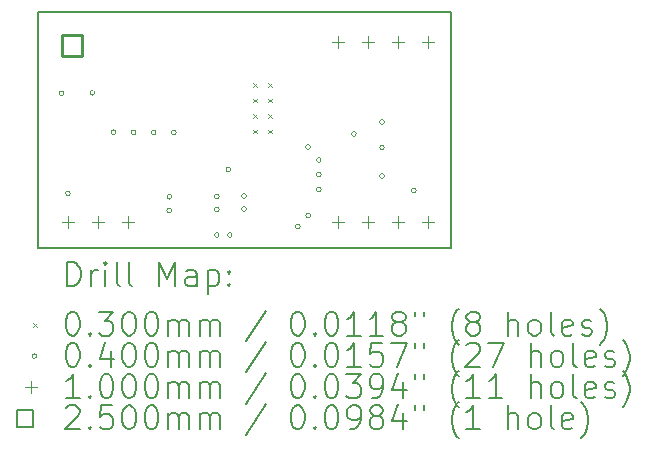
<source format=gbr>
%TF.GenerationSoftware,KiCad,Pcbnew,(6.0.8)*%
%TF.CreationDate,2022-12-16T18:18:47+01:00*%
%TF.ProjectId,Single-DCDC-Converter-Rev3,53696e67-6c65-42d4-9443-44432d436f6e,rev?*%
%TF.SameCoordinates,Original*%
%TF.FileFunction,Drillmap*%
%TF.FilePolarity,Positive*%
%FSLAX45Y45*%
G04 Gerber Fmt 4.5, Leading zero omitted, Abs format (unit mm)*
G04 Created by KiCad (PCBNEW (6.0.8)) date 2022-12-16 18:18:47*
%MOMM*%
%LPD*%
G01*
G04 APERTURE LIST*
%ADD10C,0.200000*%
%ADD11C,0.030000*%
%ADD12C,0.040000*%
%ADD13C,0.100000*%
%ADD14C,0.250000*%
G04 APERTURE END LIST*
D10*
X8124000Y-7835500D02*
X11624000Y-7835500D01*
X11624000Y-7835500D02*
X11624000Y-9835500D01*
X11624000Y-9835500D02*
X8124000Y-9835500D01*
X8124000Y-9835500D02*
X8124000Y-7835500D01*
D11*
X9946000Y-8441500D02*
X9976000Y-8471500D01*
X9976000Y-8441500D02*
X9946000Y-8471500D01*
X9946000Y-8571500D02*
X9976000Y-8601500D01*
X9976000Y-8571500D02*
X9946000Y-8601500D01*
X9946000Y-8701500D02*
X9976000Y-8731500D01*
X9976000Y-8701500D02*
X9946000Y-8731500D01*
X9946000Y-8831500D02*
X9976000Y-8861500D01*
X9976000Y-8831500D02*
X9946000Y-8861500D01*
X10076000Y-8441500D02*
X10106000Y-8471500D01*
X10106000Y-8441500D02*
X10076000Y-8471500D01*
X10076000Y-8571500D02*
X10106000Y-8601500D01*
X10106000Y-8571500D02*
X10076000Y-8601500D01*
X10076000Y-8701500D02*
X10106000Y-8731500D01*
X10106000Y-8701500D02*
X10076000Y-8731500D01*
X10076000Y-8831500D02*
X10106000Y-8861500D01*
X10106000Y-8831500D02*
X10076000Y-8861500D01*
D12*
X8344000Y-8525500D02*
G75*
G03*
X8344000Y-8525500I-20000J0D01*
G01*
X8398000Y-9371500D02*
G75*
G03*
X8398000Y-9371500I-20000J0D01*
G01*
X8604000Y-8521500D02*
G75*
G03*
X8604000Y-8521500I-20000J0D01*
G01*
X8784000Y-8855500D02*
G75*
G03*
X8784000Y-8855500I-20000J0D01*
G01*
X8954000Y-8855500D02*
G75*
G03*
X8954000Y-8855500I-20000J0D01*
G01*
X9124000Y-8855500D02*
G75*
G03*
X9124000Y-8855500I-20000J0D01*
G01*
X9256000Y-9401500D02*
G75*
G03*
X9256000Y-9401500I-20000J0D01*
G01*
X9256000Y-9519000D02*
G75*
G03*
X9256000Y-9519000I-20000J0D01*
G01*
X9294000Y-8855500D02*
G75*
G03*
X9294000Y-8855500I-20000J0D01*
G01*
X9658500Y-9399000D02*
G75*
G03*
X9658500Y-9399000I-20000J0D01*
G01*
X9658500Y-9509000D02*
G75*
G03*
X9658500Y-9509000I-20000J0D01*
G01*
X9658500Y-9724000D02*
G75*
G03*
X9658500Y-9724000I-20000J0D01*
G01*
X9756000Y-9168500D02*
G75*
G03*
X9756000Y-9168500I-20000J0D01*
G01*
X9768500Y-9724000D02*
G75*
G03*
X9768500Y-9724000I-20000J0D01*
G01*
X9889000Y-9393500D02*
G75*
G03*
X9889000Y-9393500I-20000J0D01*
G01*
X9889000Y-9505500D02*
G75*
G03*
X9889000Y-9505500I-20000J0D01*
G01*
X10344000Y-9651500D02*
G75*
G03*
X10344000Y-9651500I-20000J0D01*
G01*
X10430000Y-8978500D02*
G75*
G03*
X10430000Y-8978500I-20000J0D01*
G01*
X10433000Y-9559500D02*
G75*
G03*
X10433000Y-9559500I-20000J0D01*
G01*
X10522000Y-9089500D02*
G75*
G03*
X10522000Y-9089500I-20000J0D01*
G01*
X10522000Y-9210500D02*
G75*
G03*
X10522000Y-9210500I-20000J0D01*
G01*
X10522000Y-9340500D02*
G75*
G03*
X10522000Y-9340500I-20000J0D01*
G01*
X10818950Y-8869000D02*
G75*
G03*
X10818950Y-8869000I-20000J0D01*
G01*
X11057050Y-8769000D02*
G75*
G03*
X11057050Y-8769000I-20000J0D01*
G01*
X11057050Y-8984000D02*
G75*
G03*
X11057050Y-8984000I-20000J0D01*
G01*
X11057050Y-9224000D02*
G75*
G03*
X11057050Y-9224000I-20000J0D01*
G01*
X11326950Y-9346500D02*
G75*
G03*
X11326950Y-9346500I-20000J0D01*
G01*
D13*
X8378000Y-9563500D02*
X8378000Y-9663500D01*
X8328000Y-9613500D02*
X8428000Y-9613500D01*
X8632000Y-9563500D02*
X8632000Y-9663500D01*
X8582000Y-9613500D02*
X8682000Y-9613500D01*
X8886000Y-9563500D02*
X8886000Y-9663500D01*
X8836000Y-9613500D02*
X8936000Y-9613500D01*
X10664000Y-8039500D02*
X10664000Y-8139500D01*
X10614000Y-8089500D02*
X10714000Y-8089500D01*
X10664000Y-9563500D02*
X10664000Y-9663500D01*
X10614000Y-9613500D02*
X10714000Y-9613500D01*
X10918000Y-8039500D02*
X10918000Y-8139500D01*
X10868000Y-8089500D02*
X10968000Y-8089500D01*
X10918000Y-9563500D02*
X10918000Y-9663500D01*
X10868000Y-9613500D02*
X10968000Y-9613500D01*
X11172000Y-8039500D02*
X11172000Y-8139500D01*
X11122000Y-8089500D02*
X11222000Y-8089500D01*
X11172000Y-9563500D02*
X11172000Y-9663500D01*
X11122000Y-9613500D02*
X11222000Y-9613500D01*
X11426000Y-8039500D02*
X11426000Y-8139500D01*
X11376000Y-8089500D02*
X11476000Y-8089500D01*
X11426000Y-9563500D02*
X11426000Y-9663500D01*
X11376000Y-9613500D02*
X11476000Y-9613500D01*
D14*
X8501389Y-8211889D02*
X8501389Y-8035111D01*
X8324611Y-8035111D01*
X8324611Y-8211889D01*
X8501389Y-8211889D01*
D10*
X8371619Y-10155976D02*
X8371619Y-9955976D01*
X8419238Y-9955976D01*
X8447810Y-9965500D01*
X8466857Y-9984548D01*
X8476381Y-10003595D01*
X8485905Y-10041690D01*
X8485905Y-10070262D01*
X8476381Y-10108357D01*
X8466857Y-10127405D01*
X8447810Y-10146452D01*
X8419238Y-10155976D01*
X8371619Y-10155976D01*
X8571619Y-10155976D02*
X8571619Y-10022643D01*
X8571619Y-10060738D02*
X8581143Y-10041690D01*
X8590667Y-10032167D01*
X8609714Y-10022643D01*
X8628762Y-10022643D01*
X8695429Y-10155976D02*
X8695429Y-10022643D01*
X8695429Y-9955976D02*
X8685905Y-9965500D01*
X8695429Y-9975024D01*
X8704952Y-9965500D01*
X8695429Y-9955976D01*
X8695429Y-9975024D01*
X8819238Y-10155976D02*
X8800190Y-10146452D01*
X8790667Y-10127405D01*
X8790667Y-9955976D01*
X8924000Y-10155976D02*
X8904952Y-10146452D01*
X8895429Y-10127405D01*
X8895429Y-9955976D01*
X9152571Y-10155976D02*
X9152571Y-9955976D01*
X9219238Y-10098833D01*
X9285905Y-9955976D01*
X9285905Y-10155976D01*
X9466857Y-10155976D02*
X9466857Y-10051214D01*
X9457333Y-10032167D01*
X9438286Y-10022643D01*
X9400190Y-10022643D01*
X9381143Y-10032167D01*
X9466857Y-10146452D02*
X9447810Y-10155976D01*
X9400190Y-10155976D01*
X9381143Y-10146452D01*
X9371619Y-10127405D01*
X9371619Y-10108357D01*
X9381143Y-10089310D01*
X9400190Y-10079786D01*
X9447810Y-10079786D01*
X9466857Y-10070262D01*
X9562095Y-10022643D02*
X9562095Y-10222643D01*
X9562095Y-10032167D02*
X9581143Y-10022643D01*
X9619238Y-10022643D01*
X9638286Y-10032167D01*
X9647810Y-10041690D01*
X9657333Y-10060738D01*
X9657333Y-10117881D01*
X9647810Y-10136929D01*
X9638286Y-10146452D01*
X9619238Y-10155976D01*
X9581143Y-10155976D01*
X9562095Y-10146452D01*
X9743048Y-10136929D02*
X9752571Y-10146452D01*
X9743048Y-10155976D01*
X9733524Y-10146452D01*
X9743048Y-10136929D01*
X9743048Y-10155976D01*
X9743048Y-10032167D02*
X9752571Y-10041690D01*
X9743048Y-10051214D01*
X9733524Y-10041690D01*
X9743048Y-10032167D01*
X9743048Y-10051214D01*
D11*
X8084000Y-10470500D02*
X8114000Y-10500500D01*
X8114000Y-10470500D02*
X8084000Y-10500500D01*
D10*
X8409714Y-10375976D02*
X8428762Y-10375976D01*
X8447810Y-10385500D01*
X8457333Y-10395024D01*
X8466857Y-10414071D01*
X8476381Y-10452167D01*
X8476381Y-10499786D01*
X8466857Y-10537881D01*
X8457333Y-10556929D01*
X8447810Y-10566452D01*
X8428762Y-10575976D01*
X8409714Y-10575976D01*
X8390667Y-10566452D01*
X8381143Y-10556929D01*
X8371619Y-10537881D01*
X8362095Y-10499786D01*
X8362095Y-10452167D01*
X8371619Y-10414071D01*
X8381143Y-10395024D01*
X8390667Y-10385500D01*
X8409714Y-10375976D01*
X8562095Y-10556929D02*
X8571619Y-10566452D01*
X8562095Y-10575976D01*
X8552571Y-10566452D01*
X8562095Y-10556929D01*
X8562095Y-10575976D01*
X8638286Y-10375976D02*
X8762095Y-10375976D01*
X8695429Y-10452167D01*
X8724000Y-10452167D01*
X8743048Y-10461690D01*
X8752571Y-10471214D01*
X8762095Y-10490262D01*
X8762095Y-10537881D01*
X8752571Y-10556929D01*
X8743048Y-10566452D01*
X8724000Y-10575976D01*
X8666857Y-10575976D01*
X8647810Y-10566452D01*
X8638286Y-10556929D01*
X8885905Y-10375976D02*
X8904952Y-10375976D01*
X8924000Y-10385500D01*
X8933524Y-10395024D01*
X8943048Y-10414071D01*
X8952571Y-10452167D01*
X8952571Y-10499786D01*
X8943048Y-10537881D01*
X8933524Y-10556929D01*
X8924000Y-10566452D01*
X8904952Y-10575976D01*
X8885905Y-10575976D01*
X8866857Y-10566452D01*
X8857333Y-10556929D01*
X8847810Y-10537881D01*
X8838286Y-10499786D01*
X8838286Y-10452167D01*
X8847810Y-10414071D01*
X8857333Y-10395024D01*
X8866857Y-10385500D01*
X8885905Y-10375976D01*
X9076381Y-10375976D02*
X9095429Y-10375976D01*
X9114476Y-10385500D01*
X9124000Y-10395024D01*
X9133524Y-10414071D01*
X9143048Y-10452167D01*
X9143048Y-10499786D01*
X9133524Y-10537881D01*
X9124000Y-10556929D01*
X9114476Y-10566452D01*
X9095429Y-10575976D01*
X9076381Y-10575976D01*
X9057333Y-10566452D01*
X9047810Y-10556929D01*
X9038286Y-10537881D01*
X9028762Y-10499786D01*
X9028762Y-10452167D01*
X9038286Y-10414071D01*
X9047810Y-10395024D01*
X9057333Y-10385500D01*
X9076381Y-10375976D01*
X9228762Y-10575976D02*
X9228762Y-10442643D01*
X9228762Y-10461690D02*
X9238286Y-10452167D01*
X9257333Y-10442643D01*
X9285905Y-10442643D01*
X9304952Y-10452167D01*
X9314476Y-10471214D01*
X9314476Y-10575976D01*
X9314476Y-10471214D02*
X9324000Y-10452167D01*
X9343048Y-10442643D01*
X9371619Y-10442643D01*
X9390667Y-10452167D01*
X9400190Y-10471214D01*
X9400190Y-10575976D01*
X9495429Y-10575976D02*
X9495429Y-10442643D01*
X9495429Y-10461690D02*
X9504952Y-10452167D01*
X9524000Y-10442643D01*
X9552571Y-10442643D01*
X9571619Y-10452167D01*
X9581143Y-10471214D01*
X9581143Y-10575976D01*
X9581143Y-10471214D02*
X9590667Y-10452167D01*
X9609714Y-10442643D01*
X9638286Y-10442643D01*
X9657333Y-10452167D01*
X9666857Y-10471214D01*
X9666857Y-10575976D01*
X10057333Y-10366452D02*
X9885905Y-10623595D01*
X10314476Y-10375976D02*
X10333524Y-10375976D01*
X10352571Y-10385500D01*
X10362095Y-10395024D01*
X10371619Y-10414071D01*
X10381143Y-10452167D01*
X10381143Y-10499786D01*
X10371619Y-10537881D01*
X10362095Y-10556929D01*
X10352571Y-10566452D01*
X10333524Y-10575976D01*
X10314476Y-10575976D01*
X10295429Y-10566452D01*
X10285905Y-10556929D01*
X10276381Y-10537881D01*
X10266857Y-10499786D01*
X10266857Y-10452167D01*
X10276381Y-10414071D01*
X10285905Y-10395024D01*
X10295429Y-10385500D01*
X10314476Y-10375976D01*
X10466857Y-10556929D02*
X10476381Y-10566452D01*
X10466857Y-10575976D01*
X10457333Y-10566452D01*
X10466857Y-10556929D01*
X10466857Y-10575976D01*
X10600190Y-10375976D02*
X10619238Y-10375976D01*
X10638286Y-10385500D01*
X10647810Y-10395024D01*
X10657333Y-10414071D01*
X10666857Y-10452167D01*
X10666857Y-10499786D01*
X10657333Y-10537881D01*
X10647810Y-10556929D01*
X10638286Y-10566452D01*
X10619238Y-10575976D01*
X10600190Y-10575976D01*
X10581143Y-10566452D01*
X10571619Y-10556929D01*
X10562095Y-10537881D01*
X10552571Y-10499786D01*
X10552571Y-10452167D01*
X10562095Y-10414071D01*
X10571619Y-10395024D01*
X10581143Y-10385500D01*
X10600190Y-10375976D01*
X10857333Y-10575976D02*
X10743048Y-10575976D01*
X10800190Y-10575976D02*
X10800190Y-10375976D01*
X10781143Y-10404548D01*
X10762095Y-10423595D01*
X10743048Y-10433119D01*
X11047810Y-10575976D02*
X10933524Y-10575976D01*
X10990667Y-10575976D02*
X10990667Y-10375976D01*
X10971619Y-10404548D01*
X10952571Y-10423595D01*
X10933524Y-10433119D01*
X11162095Y-10461690D02*
X11143048Y-10452167D01*
X11133524Y-10442643D01*
X11124000Y-10423595D01*
X11124000Y-10414071D01*
X11133524Y-10395024D01*
X11143048Y-10385500D01*
X11162095Y-10375976D01*
X11200190Y-10375976D01*
X11219238Y-10385500D01*
X11228762Y-10395024D01*
X11238286Y-10414071D01*
X11238286Y-10423595D01*
X11228762Y-10442643D01*
X11219238Y-10452167D01*
X11200190Y-10461690D01*
X11162095Y-10461690D01*
X11143048Y-10471214D01*
X11133524Y-10480738D01*
X11124000Y-10499786D01*
X11124000Y-10537881D01*
X11133524Y-10556929D01*
X11143048Y-10566452D01*
X11162095Y-10575976D01*
X11200190Y-10575976D01*
X11219238Y-10566452D01*
X11228762Y-10556929D01*
X11238286Y-10537881D01*
X11238286Y-10499786D01*
X11228762Y-10480738D01*
X11219238Y-10471214D01*
X11200190Y-10461690D01*
X11314476Y-10375976D02*
X11314476Y-10414071D01*
X11390667Y-10375976D02*
X11390667Y-10414071D01*
X11685905Y-10652167D02*
X11676381Y-10642643D01*
X11657333Y-10614071D01*
X11647809Y-10595024D01*
X11638286Y-10566452D01*
X11628762Y-10518833D01*
X11628762Y-10480738D01*
X11638286Y-10433119D01*
X11647809Y-10404548D01*
X11657333Y-10385500D01*
X11676381Y-10356929D01*
X11685905Y-10347405D01*
X11790667Y-10461690D02*
X11771619Y-10452167D01*
X11762095Y-10442643D01*
X11752571Y-10423595D01*
X11752571Y-10414071D01*
X11762095Y-10395024D01*
X11771619Y-10385500D01*
X11790667Y-10375976D01*
X11828762Y-10375976D01*
X11847809Y-10385500D01*
X11857333Y-10395024D01*
X11866857Y-10414071D01*
X11866857Y-10423595D01*
X11857333Y-10442643D01*
X11847809Y-10452167D01*
X11828762Y-10461690D01*
X11790667Y-10461690D01*
X11771619Y-10471214D01*
X11762095Y-10480738D01*
X11752571Y-10499786D01*
X11752571Y-10537881D01*
X11762095Y-10556929D01*
X11771619Y-10566452D01*
X11790667Y-10575976D01*
X11828762Y-10575976D01*
X11847809Y-10566452D01*
X11857333Y-10556929D01*
X11866857Y-10537881D01*
X11866857Y-10499786D01*
X11857333Y-10480738D01*
X11847809Y-10471214D01*
X11828762Y-10461690D01*
X12104952Y-10575976D02*
X12104952Y-10375976D01*
X12190667Y-10575976D02*
X12190667Y-10471214D01*
X12181143Y-10452167D01*
X12162095Y-10442643D01*
X12133524Y-10442643D01*
X12114476Y-10452167D01*
X12104952Y-10461690D01*
X12314476Y-10575976D02*
X12295428Y-10566452D01*
X12285905Y-10556929D01*
X12276381Y-10537881D01*
X12276381Y-10480738D01*
X12285905Y-10461690D01*
X12295428Y-10452167D01*
X12314476Y-10442643D01*
X12343048Y-10442643D01*
X12362095Y-10452167D01*
X12371619Y-10461690D01*
X12381143Y-10480738D01*
X12381143Y-10537881D01*
X12371619Y-10556929D01*
X12362095Y-10566452D01*
X12343048Y-10575976D01*
X12314476Y-10575976D01*
X12495428Y-10575976D02*
X12476381Y-10566452D01*
X12466857Y-10547405D01*
X12466857Y-10375976D01*
X12647809Y-10566452D02*
X12628762Y-10575976D01*
X12590667Y-10575976D01*
X12571619Y-10566452D01*
X12562095Y-10547405D01*
X12562095Y-10471214D01*
X12571619Y-10452167D01*
X12590667Y-10442643D01*
X12628762Y-10442643D01*
X12647809Y-10452167D01*
X12657333Y-10471214D01*
X12657333Y-10490262D01*
X12562095Y-10509310D01*
X12733524Y-10566452D02*
X12752571Y-10575976D01*
X12790667Y-10575976D01*
X12809714Y-10566452D01*
X12819238Y-10547405D01*
X12819238Y-10537881D01*
X12809714Y-10518833D01*
X12790667Y-10509310D01*
X12762095Y-10509310D01*
X12743048Y-10499786D01*
X12733524Y-10480738D01*
X12733524Y-10471214D01*
X12743048Y-10452167D01*
X12762095Y-10442643D01*
X12790667Y-10442643D01*
X12809714Y-10452167D01*
X12885905Y-10652167D02*
X12895428Y-10642643D01*
X12914476Y-10614071D01*
X12924000Y-10595024D01*
X12933524Y-10566452D01*
X12943048Y-10518833D01*
X12943048Y-10480738D01*
X12933524Y-10433119D01*
X12924000Y-10404548D01*
X12914476Y-10385500D01*
X12895428Y-10356929D01*
X12885905Y-10347405D01*
D12*
X8114000Y-10749500D02*
G75*
G03*
X8114000Y-10749500I-20000J0D01*
G01*
D10*
X8409714Y-10639976D02*
X8428762Y-10639976D01*
X8447810Y-10649500D01*
X8457333Y-10659024D01*
X8466857Y-10678071D01*
X8476381Y-10716167D01*
X8476381Y-10763786D01*
X8466857Y-10801881D01*
X8457333Y-10820929D01*
X8447810Y-10830452D01*
X8428762Y-10839976D01*
X8409714Y-10839976D01*
X8390667Y-10830452D01*
X8381143Y-10820929D01*
X8371619Y-10801881D01*
X8362095Y-10763786D01*
X8362095Y-10716167D01*
X8371619Y-10678071D01*
X8381143Y-10659024D01*
X8390667Y-10649500D01*
X8409714Y-10639976D01*
X8562095Y-10820929D02*
X8571619Y-10830452D01*
X8562095Y-10839976D01*
X8552571Y-10830452D01*
X8562095Y-10820929D01*
X8562095Y-10839976D01*
X8743048Y-10706643D02*
X8743048Y-10839976D01*
X8695429Y-10630452D02*
X8647810Y-10773310D01*
X8771619Y-10773310D01*
X8885905Y-10639976D02*
X8904952Y-10639976D01*
X8924000Y-10649500D01*
X8933524Y-10659024D01*
X8943048Y-10678071D01*
X8952571Y-10716167D01*
X8952571Y-10763786D01*
X8943048Y-10801881D01*
X8933524Y-10820929D01*
X8924000Y-10830452D01*
X8904952Y-10839976D01*
X8885905Y-10839976D01*
X8866857Y-10830452D01*
X8857333Y-10820929D01*
X8847810Y-10801881D01*
X8838286Y-10763786D01*
X8838286Y-10716167D01*
X8847810Y-10678071D01*
X8857333Y-10659024D01*
X8866857Y-10649500D01*
X8885905Y-10639976D01*
X9076381Y-10639976D02*
X9095429Y-10639976D01*
X9114476Y-10649500D01*
X9124000Y-10659024D01*
X9133524Y-10678071D01*
X9143048Y-10716167D01*
X9143048Y-10763786D01*
X9133524Y-10801881D01*
X9124000Y-10820929D01*
X9114476Y-10830452D01*
X9095429Y-10839976D01*
X9076381Y-10839976D01*
X9057333Y-10830452D01*
X9047810Y-10820929D01*
X9038286Y-10801881D01*
X9028762Y-10763786D01*
X9028762Y-10716167D01*
X9038286Y-10678071D01*
X9047810Y-10659024D01*
X9057333Y-10649500D01*
X9076381Y-10639976D01*
X9228762Y-10839976D02*
X9228762Y-10706643D01*
X9228762Y-10725690D02*
X9238286Y-10716167D01*
X9257333Y-10706643D01*
X9285905Y-10706643D01*
X9304952Y-10716167D01*
X9314476Y-10735214D01*
X9314476Y-10839976D01*
X9314476Y-10735214D02*
X9324000Y-10716167D01*
X9343048Y-10706643D01*
X9371619Y-10706643D01*
X9390667Y-10716167D01*
X9400190Y-10735214D01*
X9400190Y-10839976D01*
X9495429Y-10839976D02*
X9495429Y-10706643D01*
X9495429Y-10725690D02*
X9504952Y-10716167D01*
X9524000Y-10706643D01*
X9552571Y-10706643D01*
X9571619Y-10716167D01*
X9581143Y-10735214D01*
X9581143Y-10839976D01*
X9581143Y-10735214D02*
X9590667Y-10716167D01*
X9609714Y-10706643D01*
X9638286Y-10706643D01*
X9657333Y-10716167D01*
X9666857Y-10735214D01*
X9666857Y-10839976D01*
X10057333Y-10630452D02*
X9885905Y-10887595D01*
X10314476Y-10639976D02*
X10333524Y-10639976D01*
X10352571Y-10649500D01*
X10362095Y-10659024D01*
X10371619Y-10678071D01*
X10381143Y-10716167D01*
X10381143Y-10763786D01*
X10371619Y-10801881D01*
X10362095Y-10820929D01*
X10352571Y-10830452D01*
X10333524Y-10839976D01*
X10314476Y-10839976D01*
X10295429Y-10830452D01*
X10285905Y-10820929D01*
X10276381Y-10801881D01*
X10266857Y-10763786D01*
X10266857Y-10716167D01*
X10276381Y-10678071D01*
X10285905Y-10659024D01*
X10295429Y-10649500D01*
X10314476Y-10639976D01*
X10466857Y-10820929D02*
X10476381Y-10830452D01*
X10466857Y-10839976D01*
X10457333Y-10830452D01*
X10466857Y-10820929D01*
X10466857Y-10839976D01*
X10600190Y-10639976D02*
X10619238Y-10639976D01*
X10638286Y-10649500D01*
X10647810Y-10659024D01*
X10657333Y-10678071D01*
X10666857Y-10716167D01*
X10666857Y-10763786D01*
X10657333Y-10801881D01*
X10647810Y-10820929D01*
X10638286Y-10830452D01*
X10619238Y-10839976D01*
X10600190Y-10839976D01*
X10581143Y-10830452D01*
X10571619Y-10820929D01*
X10562095Y-10801881D01*
X10552571Y-10763786D01*
X10552571Y-10716167D01*
X10562095Y-10678071D01*
X10571619Y-10659024D01*
X10581143Y-10649500D01*
X10600190Y-10639976D01*
X10857333Y-10839976D02*
X10743048Y-10839976D01*
X10800190Y-10839976D02*
X10800190Y-10639976D01*
X10781143Y-10668548D01*
X10762095Y-10687595D01*
X10743048Y-10697119D01*
X11038286Y-10639976D02*
X10943048Y-10639976D01*
X10933524Y-10735214D01*
X10943048Y-10725690D01*
X10962095Y-10716167D01*
X11009714Y-10716167D01*
X11028762Y-10725690D01*
X11038286Y-10735214D01*
X11047810Y-10754262D01*
X11047810Y-10801881D01*
X11038286Y-10820929D01*
X11028762Y-10830452D01*
X11009714Y-10839976D01*
X10962095Y-10839976D01*
X10943048Y-10830452D01*
X10933524Y-10820929D01*
X11114476Y-10639976D02*
X11247809Y-10639976D01*
X11162095Y-10839976D01*
X11314476Y-10639976D02*
X11314476Y-10678071D01*
X11390667Y-10639976D02*
X11390667Y-10678071D01*
X11685905Y-10916167D02*
X11676381Y-10906643D01*
X11657333Y-10878071D01*
X11647809Y-10859024D01*
X11638286Y-10830452D01*
X11628762Y-10782833D01*
X11628762Y-10744738D01*
X11638286Y-10697119D01*
X11647809Y-10668548D01*
X11657333Y-10649500D01*
X11676381Y-10620929D01*
X11685905Y-10611405D01*
X11752571Y-10659024D02*
X11762095Y-10649500D01*
X11781143Y-10639976D01*
X11828762Y-10639976D01*
X11847809Y-10649500D01*
X11857333Y-10659024D01*
X11866857Y-10678071D01*
X11866857Y-10697119D01*
X11857333Y-10725690D01*
X11743048Y-10839976D01*
X11866857Y-10839976D01*
X11933524Y-10639976D02*
X12066857Y-10639976D01*
X11981143Y-10839976D01*
X12295428Y-10839976D02*
X12295428Y-10639976D01*
X12381143Y-10839976D02*
X12381143Y-10735214D01*
X12371619Y-10716167D01*
X12352571Y-10706643D01*
X12324000Y-10706643D01*
X12304952Y-10716167D01*
X12295428Y-10725690D01*
X12504952Y-10839976D02*
X12485905Y-10830452D01*
X12476381Y-10820929D01*
X12466857Y-10801881D01*
X12466857Y-10744738D01*
X12476381Y-10725690D01*
X12485905Y-10716167D01*
X12504952Y-10706643D01*
X12533524Y-10706643D01*
X12552571Y-10716167D01*
X12562095Y-10725690D01*
X12571619Y-10744738D01*
X12571619Y-10801881D01*
X12562095Y-10820929D01*
X12552571Y-10830452D01*
X12533524Y-10839976D01*
X12504952Y-10839976D01*
X12685905Y-10839976D02*
X12666857Y-10830452D01*
X12657333Y-10811405D01*
X12657333Y-10639976D01*
X12838286Y-10830452D02*
X12819238Y-10839976D01*
X12781143Y-10839976D01*
X12762095Y-10830452D01*
X12752571Y-10811405D01*
X12752571Y-10735214D01*
X12762095Y-10716167D01*
X12781143Y-10706643D01*
X12819238Y-10706643D01*
X12838286Y-10716167D01*
X12847809Y-10735214D01*
X12847809Y-10754262D01*
X12752571Y-10773310D01*
X12924000Y-10830452D02*
X12943048Y-10839976D01*
X12981143Y-10839976D01*
X13000190Y-10830452D01*
X13009714Y-10811405D01*
X13009714Y-10801881D01*
X13000190Y-10782833D01*
X12981143Y-10773310D01*
X12952571Y-10773310D01*
X12933524Y-10763786D01*
X12924000Y-10744738D01*
X12924000Y-10735214D01*
X12933524Y-10716167D01*
X12952571Y-10706643D01*
X12981143Y-10706643D01*
X13000190Y-10716167D01*
X13076381Y-10916167D02*
X13085905Y-10906643D01*
X13104952Y-10878071D01*
X13114476Y-10859024D01*
X13124000Y-10830452D01*
X13133524Y-10782833D01*
X13133524Y-10744738D01*
X13124000Y-10697119D01*
X13114476Y-10668548D01*
X13104952Y-10649500D01*
X13085905Y-10620929D01*
X13076381Y-10611405D01*
D13*
X8064000Y-10963500D02*
X8064000Y-11063500D01*
X8014000Y-11013500D02*
X8114000Y-11013500D01*
D10*
X8476381Y-11103976D02*
X8362095Y-11103976D01*
X8419238Y-11103976D02*
X8419238Y-10903976D01*
X8400190Y-10932548D01*
X8381143Y-10951595D01*
X8362095Y-10961119D01*
X8562095Y-11084929D02*
X8571619Y-11094452D01*
X8562095Y-11103976D01*
X8552571Y-11094452D01*
X8562095Y-11084929D01*
X8562095Y-11103976D01*
X8695429Y-10903976D02*
X8714476Y-10903976D01*
X8733524Y-10913500D01*
X8743048Y-10923024D01*
X8752571Y-10942071D01*
X8762095Y-10980167D01*
X8762095Y-11027786D01*
X8752571Y-11065881D01*
X8743048Y-11084929D01*
X8733524Y-11094452D01*
X8714476Y-11103976D01*
X8695429Y-11103976D01*
X8676381Y-11094452D01*
X8666857Y-11084929D01*
X8657333Y-11065881D01*
X8647810Y-11027786D01*
X8647810Y-10980167D01*
X8657333Y-10942071D01*
X8666857Y-10923024D01*
X8676381Y-10913500D01*
X8695429Y-10903976D01*
X8885905Y-10903976D02*
X8904952Y-10903976D01*
X8924000Y-10913500D01*
X8933524Y-10923024D01*
X8943048Y-10942071D01*
X8952571Y-10980167D01*
X8952571Y-11027786D01*
X8943048Y-11065881D01*
X8933524Y-11084929D01*
X8924000Y-11094452D01*
X8904952Y-11103976D01*
X8885905Y-11103976D01*
X8866857Y-11094452D01*
X8857333Y-11084929D01*
X8847810Y-11065881D01*
X8838286Y-11027786D01*
X8838286Y-10980167D01*
X8847810Y-10942071D01*
X8857333Y-10923024D01*
X8866857Y-10913500D01*
X8885905Y-10903976D01*
X9076381Y-10903976D02*
X9095429Y-10903976D01*
X9114476Y-10913500D01*
X9124000Y-10923024D01*
X9133524Y-10942071D01*
X9143048Y-10980167D01*
X9143048Y-11027786D01*
X9133524Y-11065881D01*
X9124000Y-11084929D01*
X9114476Y-11094452D01*
X9095429Y-11103976D01*
X9076381Y-11103976D01*
X9057333Y-11094452D01*
X9047810Y-11084929D01*
X9038286Y-11065881D01*
X9028762Y-11027786D01*
X9028762Y-10980167D01*
X9038286Y-10942071D01*
X9047810Y-10923024D01*
X9057333Y-10913500D01*
X9076381Y-10903976D01*
X9228762Y-11103976D02*
X9228762Y-10970643D01*
X9228762Y-10989690D02*
X9238286Y-10980167D01*
X9257333Y-10970643D01*
X9285905Y-10970643D01*
X9304952Y-10980167D01*
X9314476Y-10999214D01*
X9314476Y-11103976D01*
X9314476Y-10999214D02*
X9324000Y-10980167D01*
X9343048Y-10970643D01*
X9371619Y-10970643D01*
X9390667Y-10980167D01*
X9400190Y-10999214D01*
X9400190Y-11103976D01*
X9495429Y-11103976D02*
X9495429Y-10970643D01*
X9495429Y-10989690D02*
X9504952Y-10980167D01*
X9524000Y-10970643D01*
X9552571Y-10970643D01*
X9571619Y-10980167D01*
X9581143Y-10999214D01*
X9581143Y-11103976D01*
X9581143Y-10999214D02*
X9590667Y-10980167D01*
X9609714Y-10970643D01*
X9638286Y-10970643D01*
X9657333Y-10980167D01*
X9666857Y-10999214D01*
X9666857Y-11103976D01*
X10057333Y-10894452D02*
X9885905Y-11151595D01*
X10314476Y-10903976D02*
X10333524Y-10903976D01*
X10352571Y-10913500D01*
X10362095Y-10923024D01*
X10371619Y-10942071D01*
X10381143Y-10980167D01*
X10381143Y-11027786D01*
X10371619Y-11065881D01*
X10362095Y-11084929D01*
X10352571Y-11094452D01*
X10333524Y-11103976D01*
X10314476Y-11103976D01*
X10295429Y-11094452D01*
X10285905Y-11084929D01*
X10276381Y-11065881D01*
X10266857Y-11027786D01*
X10266857Y-10980167D01*
X10276381Y-10942071D01*
X10285905Y-10923024D01*
X10295429Y-10913500D01*
X10314476Y-10903976D01*
X10466857Y-11084929D02*
X10476381Y-11094452D01*
X10466857Y-11103976D01*
X10457333Y-11094452D01*
X10466857Y-11084929D01*
X10466857Y-11103976D01*
X10600190Y-10903976D02*
X10619238Y-10903976D01*
X10638286Y-10913500D01*
X10647810Y-10923024D01*
X10657333Y-10942071D01*
X10666857Y-10980167D01*
X10666857Y-11027786D01*
X10657333Y-11065881D01*
X10647810Y-11084929D01*
X10638286Y-11094452D01*
X10619238Y-11103976D01*
X10600190Y-11103976D01*
X10581143Y-11094452D01*
X10571619Y-11084929D01*
X10562095Y-11065881D01*
X10552571Y-11027786D01*
X10552571Y-10980167D01*
X10562095Y-10942071D01*
X10571619Y-10923024D01*
X10581143Y-10913500D01*
X10600190Y-10903976D01*
X10733524Y-10903976D02*
X10857333Y-10903976D01*
X10790667Y-10980167D01*
X10819238Y-10980167D01*
X10838286Y-10989690D01*
X10847810Y-10999214D01*
X10857333Y-11018262D01*
X10857333Y-11065881D01*
X10847810Y-11084929D01*
X10838286Y-11094452D01*
X10819238Y-11103976D01*
X10762095Y-11103976D01*
X10743048Y-11094452D01*
X10733524Y-11084929D01*
X10952571Y-11103976D02*
X10990667Y-11103976D01*
X11009714Y-11094452D01*
X11019238Y-11084929D01*
X11038286Y-11056357D01*
X11047810Y-11018262D01*
X11047810Y-10942071D01*
X11038286Y-10923024D01*
X11028762Y-10913500D01*
X11009714Y-10903976D01*
X10971619Y-10903976D01*
X10952571Y-10913500D01*
X10943048Y-10923024D01*
X10933524Y-10942071D01*
X10933524Y-10989690D01*
X10943048Y-11008738D01*
X10952571Y-11018262D01*
X10971619Y-11027786D01*
X11009714Y-11027786D01*
X11028762Y-11018262D01*
X11038286Y-11008738D01*
X11047810Y-10989690D01*
X11219238Y-10970643D02*
X11219238Y-11103976D01*
X11171619Y-10894452D02*
X11124000Y-11037310D01*
X11247809Y-11037310D01*
X11314476Y-10903976D02*
X11314476Y-10942071D01*
X11390667Y-10903976D02*
X11390667Y-10942071D01*
X11685905Y-11180167D02*
X11676381Y-11170643D01*
X11657333Y-11142071D01*
X11647809Y-11123024D01*
X11638286Y-11094452D01*
X11628762Y-11046833D01*
X11628762Y-11008738D01*
X11638286Y-10961119D01*
X11647809Y-10932548D01*
X11657333Y-10913500D01*
X11676381Y-10884929D01*
X11685905Y-10875405D01*
X11866857Y-11103976D02*
X11752571Y-11103976D01*
X11809714Y-11103976D02*
X11809714Y-10903976D01*
X11790667Y-10932548D01*
X11771619Y-10951595D01*
X11752571Y-10961119D01*
X12057333Y-11103976D02*
X11943048Y-11103976D01*
X12000190Y-11103976D02*
X12000190Y-10903976D01*
X11981143Y-10932548D01*
X11962095Y-10951595D01*
X11943048Y-10961119D01*
X12295428Y-11103976D02*
X12295428Y-10903976D01*
X12381143Y-11103976D02*
X12381143Y-10999214D01*
X12371619Y-10980167D01*
X12352571Y-10970643D01*
X12324000Y-10970643D01*
X12304952Y-10980167D01*
X12295428Y-10989690D01*
X12504952Y-11103976D02*
X12485905Y-11094452D01*
X12476381Y-11084929D01*
X12466857Y-11065881D01*
X12466857Y-11008738D01*
X12476381Y-10989690D01*
X12485905Y-10980167D01*
X12504952Y-10970643D01*
X12533524Y-10970643D01*
X12552571Y-10980167D01*
X12562095Y-10989690D01*
X12571619Y-11008738D01*
X12571619Y-11065881D01*
X12562095Y-11084929D01*
X12552571Y-11094452D01*
X12533524Y-11103976D01*
X12504952Y-11103976D01*
X12685905Y-11103976D02*
X12666857Y-11094452D01*
X12657333Y-11075405D01*
X12657333Y-10903976D01*
X12838286Y-11094452D02*
X12819238Y-11103976D01*
X12781143Y-11103976D01*
X12762095Y-11094452D01*
X12752571Y-11075405D01*
X12752571Y-10999214D01*
X12762095Y-10980167D01*
X12781143Y-10970643D01*
X12819238Y-10970643D01*
X12838286Y-10980167D01*
X12847809Y-10999214D01*
X12847809Y-11018262D01*
X12752571Y-11037310D01*
X12924000Y-11094452D02*
X12943048Y-11103976D01*
X12981143Y-11103976D01*
X13000190Y-11094452D01*
X13009714Y-11075405D01*
X13009714Y-11065881D01*
X13000190Y-11046833D01*
X12981143Y-11037310D01*
X12952571Y-11037310D01*
X12933524Y-11027786D01*
X12924000Y-11008738D01*
X12924000Y-10999214D01*
X12933524Y-10980167D01*
X12952571Y-10970643D01*
X12981143Y-10970643D01*
X13000190Y-10980167D01*
X13076381Y-11180167D02*
X13085905Y-11170643D01*
X13104952Y-11142071D01*
X13114476Y-11123024D01*
X13124000Y-11094452D01*
X13133524Y-11046833D01*
X13133524Y-11008738D01*
X13124000Y-10961119D01*
X13114476Y-10932548D01*
X13104952Y-10913500D01*
X13085905Y-10884929D01*
X13076381Y-10875405D01*
X8084711Y-11348211D02*
X8084711Y-11206789D01*
X7943289Y-11206789D01*
X7943289Y-11348211D01*
X8084711Y-11348211D01*
X8362095Y-11187024D02*
X8371619Y-11177500D01*
X8390667Y-11167976D01*
X8438286Y-11167976D01*
X8457333Y-11177500D01*
X8466857Y-11187024D01*
X8476381Y-11206071D01*
X8476381Y-11225119D01*
X8466857Y-11253690D01*
X8352571Y-11367976D01*
X8476381Y-11367976D01*
X8562095Y-11348928D02*
X8571619Y-11358452D01*
X8562095Y-11367976D01*
X8552571Y-11358452D01*
X8562095Y-11348928D01*
X8562095Y-11367976D01*
X8752571Y-11167976D02*
X8657333Y-11167976D01*
X8647810Y-11263214D01*
X8657333Y-11253690D01*
X8676381Y-11244167D01*
X8724000Y-11244167D01*
X8743048Y-11253690D01*
X8752571Y-11263214D01*
X8762095Y-11282262D01*
X8762095Y-11329881D01*
X8752571Y-11348928D01*
X8743048Y-11358452D01*
X8724000Y-11367976D01*
X8676381Y-11367976D01*
X8657333Y-11358452D01*
X8647810Y-11348928D01*
X8885905Y-11167976D02*
X8904952Y-11167976D01*
X8924000Y-11177500D01*
X8933524Y-11187024D01*
X8943048Y-11206071D01*
X8952571Y-11244167D01*
X8952571Y-11291786D01*
X8943048Y-11329881D01*
X8933524Y-11348928D01*
X8924000Y-11358452D01*
X8904952Y-11367976D01*
X8885905Y-11367976D01*
X8866857Y-11358452D01*
X8857333Y-11348928D01*
X8847810Y-11329881D01*
X8838286Y-11291786D01*
X8838286Y-11244167D01*
X8847810Y-11206071D01*
X8857333Y-11187024D01*
X8866857Y-11177500D01*
X8885905Y-11167976D01*
X9076381Y-11167976D02*
X9095429Y-11167976D01*
X9114476Y-11177500D01*
X9124000Y-11187024D01*
X9133524Y-11206071D01*
X9143048Y-11244167D01*
X9143048Y-11291786D01*
X9133524Y-11329881D01*
X9124000Y-11348928D01*
X9114476Y-11358452D01*
X9095429Y-11367976D01*
X9076381Y-11367976D01*
X9057333Y-11358452D01*
X9047810Y-11348928D01*
X9038286Y-11329881D01*
X9028762Y-11291786D01*
X9028762Y-11244167D01*
X9038286Y-11206071D01*
X9047810Y-11187024D01*
X9057333Y-11177500D01*
X9076381Y-11167976D01*
X9228762Y-11367976D02*
X9228762Y-11234643D01*
X9228762Y-11253690D02*
X9238286Y-11244167D01*
X9257333Y-11234643D01*
X9285905Y-11234643D01*
X9304952Y-11244167D01*
X9314476Y-11263214D01*
X9314476Y-11367976D01*
X9314476Y-11263214D02*
X9324000Y-11244167D01*
X9343048Y-11234643D01*
X9371619Y-11234643D01*
X9390667Y-11244167D01*
X9400190Y-11263214D01*
X9400190Y-11367976D01*
X9495429Y-11367976D02*
X9495429Y-11234643D01*
X9495429Y-11253690D02*
X9504952Y-11244167D01*
X9524000Y-11234643D01*
X9552571Y-11234643D01*
X9571619Y-11244167D01*
X9581143Y-11263214D01*
X9581143Y-11367976D01*
X9581143Y-11263214D02*
X9590667Y-11244167D01*
X9609714Y-11234643D01*
X9638286Y-11234643D01*
X9657333Y-11244167D01*
X9666857Y-11263214D01*
X9666857Y-11367976D01*
X10057333Y-11158452D02*
X9885905Y-11415595D01*
X10314476Y-11167976D02*
X10333524Y-11167976D01*
X10352571Y-11177500D01*
X10362095Y-11187024D01*
X10371619Y-11206071D01*
X10381143Y-11244167D01*
X10381143Y-11291786D01*
X10371619Y-11329881D01*
X10362095Y-11348928D01*
X10352571Y-11358452D01*
X10333524Y-11367976D01*
X10314476Y-11367976D01*
X10295429Y-11358452D01*
X10285905Y-11348928D01*
X10276381Y-11329881D01*
X10266857Y-11291786D01*
X10266857Y-11244167D01*
X10276381Y-11206071D01*
X10285905Y-11187024D01*
X10295429Y-11177500D01*
X10314476Y-11167976D01*
X10466857Y-11348928D02*
X10476381Y-11358452D01*
X10466857Y-11367976D01*
X10457333Y-11358452D01*
X10466857Y-11348928D01*
X10466857Y-11367976D01*
X10600190Y-11167976D02*
X10619238Y-11167976D01*
X10638286Y-11177500D01*
X10647810Y-11187024D01*
X10657333Y-11206071D01*
X10666857Y-11244167D01*
X10666857Y-11291786D01*
X10657333Y-11329881D01*
X10647810Y-11348928D01*
X10638286Y-11358452D01*
X10619238Y-11367976D01*
X10600190Y-11367976D01*
X10581143Y-11358452D01*
X10571619Y-11348928D01*
X10562095Y-11329881D01*
X10552571Y-11291786D01*
X10552571Y-11244167D01*
X10562095Y-11206071D01*
X10571619Y-11187024D01*
X10581143Y-11177500D01*
X10600190Y-11167976D01*
X10762095Y-11367976D02*
X10800190Y-11367976D01*
X10819238Y-11358452D01*
X10828762Y-11348928D01*
X10847810Y-11320357D01*
X10857333Y-11282262D01*
X10857333Y-11206071D01*
X10847810Y-11187024D01*
X10838286Y-11177500D01*
X10819238Y-11167976D01*
X10781143Y-11167976D01*
X10762095Y-11177500D01*
X10752571Y-11187024D01*
X10743048Y-11206071D01*
X10743048Y-11253690D01*
X10752571Y-11272738D01*
X10762095Y-11282262D01*
X10781143Y-11291786D01*
X10819238Y-11291786D01*
X10838286Y-11282262D01*
X10847810Y-11272738D01*
X10857333Y-11253690D01*
X10971619Y-11253690D02*
X10952571Y-11244167D01*
X10943048Y-11234643D01*
X10933524Y-11215595D01*
X10933524Y-11206071D01*
X10943048Y-11187024D01*
X10952571Y-11177500D01*
X10971619Y-11167976D01*
X11009714Y-11167976D01*
X11028762Y-11177500D01*
X11038286Y-11187024D01*
X11047810Y-11206071D01*
X11047810Y-11215595D01*
X11038286Y-11234643D01*
X11028762Y-11244167D01*
X11009714Y-11253690D01*
X10971619Y-11253690D01*
X10952571Y-11263214D01*
X10943048Y-11272738D01*
X10933524Y-11291786D01*
X10933524Y-11329881D01*
X10943048Y-11348928D01*
X10952571Y-11358452D01*
X10971619Y-11367976D01*
X11009714Y-11367976D01*
X11028762Y-11358452D01*
X11038286Y-11348928D01*
X11047810Y-11329881D01*
X11047810Y-11291786D01*
X11038286Y-11272738D01*
X11028762Y-11263214D01*
X11009714Y-11253690D01*
X11219238Y-11234643D02*
X11219238Y-11367976D01*
X11171619Y-11158452D02*
X11124000Y-11301309D01*
X11247809Y-11301309D01*
X11314476Y-11167976D02*
X11314476Y-11206071D01*
X11390667Y-11167976D02*
X11390667Y-11206071D01*
X11685905Y-11444167D02*
X11676381Y-11434643D01*
X11657333Y-11406071D01*
X11647809Y-11387024D01*
X11638286Y-11358452D01*
X11628762Y-11310833D01*
X11628762Y-11272738D01*
X11638286Y-11225119D01*
X11647809Y-11196548D01*
X11657333Y-11177500D01*
X11676381Y-11148929D01*
X11685905Y-11139405D01*
X11866857Y-11367976D02*
X11752571Y-11367976D01*
X11809714Y-11367976D02*
X11809714Y-11167976D01*
X11790667Y-11196548D01*
X11771619Y-11215595D01*
X11752571Y-11225119D01*
X12104952Y-11367976D02*
X12104952Y-11167976D01*
X12190667Y-11367976D02*
X12190667Y-11263214D01*
X12181143Y-11244167D01*
X12162095Y-11234643D01*
X12133524Y-11234643D01*
X12114476Y-11244167D01*
X12104952Y-11253690D01*
X12314476Y-11367976D02*
X12295428Y-11358452D01*
X12285905Y-11348928D01*
X12276381Y-11329881D01*
X12276381Y-11272738D01*
X12285905Y-11253690D01*
X12295428Y-11244167D01*
X12314476Y-11234643D01*
X12343048Y-11234643D01*
X12362095Y-11244167D01*
X12371619Y-11253690D01*
X12381143Y-11272738D01*
X12381143Y-11329881D01*
X12371619Y-11348928D01*
X12362095Y-11358452D01*
X12343048Y-11367976D01*
X12314476Y-11367976D01*
X12495428Y-11367976D02*
X12476381Y-11358452D01*
X12466857Y-11339405D01*
X12466857Y-11167976D01*
X12647809Y-11358452D02*
X12628762Y-11367976D01*
X12590667Y-11367976D01*
X12571619Y-11358452D01*
X12562095Y-11339405D01*
X12562095Y-11263214D01*
X12571619Y-11244167D01*
X12590667Y-11234643D01*
X12628762Y-11234643D01*
X12647809Y-11244167D01*
X12657333Y-11263214D01*
X12657333Y-11282262D01*
X12562095Y-11301309D01*
X12724000Y-11444167D02*
X12733524Y-11434643D01*
X12752571Y-11406071D01*
X12762095Y-11387024D01*
X12771619Y-11358452D01*
X12781143Y-11310833D01*
X12781143Y-11272738D01*
X12771619Y-11225119D01*
X12762095Y-11196548D01*
X12752571Y-11177500D01*
X12733524Y-11148929D01*
X12724000Y-11139405D01*
M02*

</source>
